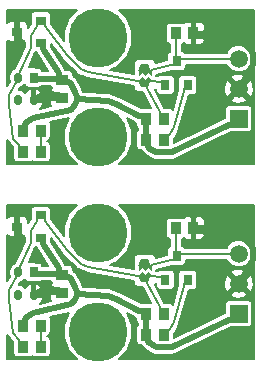
<source format=gtl>
%FSLAX45Y45*%
G04 Gerber Fmt 4.5, Leading zero omitted, Abs format (unit mm)*
G04 Created by KiCad (PCBNEW (2014-07-12 BZR 4289 GOST-COMMITTERS)-product) date 15.03.2017 23:13:34*
%MOMM*%
G01*
G04 APERTURE LIST*
%ADD10C,0.150000*%
%ADD11C,0.100000*%
%ADD12R,0.900000X1.000000*%
%ADD13R,0.889000X1.016000*%
%ADD14C,5.000000*%
%ADD15R,0.700000X0.900000*%
%ADD16O,0.700000X0.900000*%
%ADD17C,1.500000*%
%ADD18R,1.500000X1.500000*%
%ADD19R,0.800000X0.900000*%
%ADD20R,0.900000X0.800000*%
%ADD21R,1.016000X0.889000*%
%ADD22C,0.900000*%
%ADD23C,0.500000*%
%ADD24C,0.200000*%
G04 APERTURE END LIST*
D10*
D11*
X11199080Y-8925720D02*
X11234080Y-8925720D01*
X11234080Y-8925720D02*
X11219080Y-8940720D01*
X11219080Y-8940720D02*
X11209080Y-8930720D01*
X11209080Y-8930720D02*
X11219080Y-8930720D01*
X11174080Y-8940720D02*
X11174080Y-8925720D01*
X11174080Y-8925720D02*
X11184080Y-8925720D01*
X11184080Y-8925720D02*
X11179080Y-8930720D01*
X11179080Y-8990720D02*
X11194080Y-8980720D01*
X11194080Y-8980720D02*
X11204080Y-8990720D01*
X11204080Y-8990720D02*
X11189080Y-8990720D01*
X11234080Y-8990720D02*
X11244080Y-8980720D01*
X11244080Y-8980720D02*
X11254080Y-8990720D01*
X11254080Y-8990720D02*
X11244080Y-8990720D01*
X11264080Y-8925720D02*
X11264080Y-8935720D01*
X11264080Y-8935720D02*
X11254080Y-8925720D01*
X11269080Y-8950720D02*
X11269080Y-8920720D01*
X11269080Y-8920720D02*
X11169080Y-8920720D01*
X11169080Y-8920720D02*
X11169080Y-8950720D01*
X11269080Y-8995720D02*
X11244080Y-8970720D01*
X11244080Y-8970720D02*
X11219080Y-8995720D01*
X11219080Y-8995720D02*
X11194080Y-8970720D01*
X11194080Y-8970720D02*
X11169080Y-8995720D01*
X11169080Y-8995720D02*
X11269080Y-8995720D01*
X11219080Y-8950720D02*
X11194080Y-8925720D01*
X11194080Y-8925720D02*
X11169080Y-8950720D01*
X11219080Y-8950720D02*
X11244080Y-8925720D01*
X11244080Y-8925720D02*
X11269080Y-8950720D01*
X11199080Y-10575720D02*
X11234080Y-10575720D01*
X11234080Y-10575720D02*
X11219080Y-10590720D01*
X11219080Y-10590720D02*
X11209080Y-10580720D01*
X11209080Y-10580720D02*
X11219080Y-10580720D01*
X11174080Y-10590720D02*
X11174080Y-10575720D01*
X11174080Y-10575720D02*
X11184080Y-10575720D01*
X11184080Y-10575720D02*
X11179080Y-10580720D01*
X11179080Y-10640720D02*
X11194080Y-10630720D01*
X11194080Y-10630720D02*
X11204080Y-10640720D01*
X11204080Y-10640720D02*
X11189080Y-10640720D01*
X11234080Y-10640720D02*
X11244080Y-10630720D01*
X11244080Y-10630720D02*
X11254080Y-10640720D01*
X11254080Y-10640720D02*
X11244080Y-10640720D01*
X11264080Y-10575720D02*
X11264080Y-10585720D01*
X11264080Y-10585720D02*
X11254080Y-10575720D01*
X11269080Y-10600720D02*
X11269080Y-10570720D01*
X11269080Y-10570720D02*
X11169080Y-10570720D01*
X11169080Y-10570720D02*
X11169080Y-10600720D01*
X11269080Y-10645720D02*
X11244080Y-10620720D01*
X11244080Y-10620720D02*
X11219080Y-10645720D01*
X11219080Y-10645720D02*
X11194080Y-10620720D01*
X11194080Y-10620720D02*
X11169080Y-10645720D01*
X11169080Y-10645720D02*
X11269080Y-10645720D01*
X11219080Y-10600720D02*
X11194080Y-10575720D01*
X11194080Y-10575720D02*
X11169080Y-10600720D01*
X11219080Y-10600720D02*
X11244080Y-10575720D01*
X11244080Y-10575720D02*
X11269080Y-10600720D01*
D12*
X10186600Y-9424400D03*
X10336600Y-9424400D03*
D13*
X10337800Y-9602200D03*
X10185400Y-9602200D03*
D14*
X10820400Y-8637000D03*
X10820400Y-9475200D03*
D15*
X10275800Y-8973800D03*
D16*
X10145800Y-8973800D03*
X10145800Y-9163800D03*
X10275800Y-9163800D03*
D17*
X12014200Y-8814800D03*
D18*
X12014200Y-9322800D03*
D17*
X12014200Y-9068800D03*
D19*
X11582830Y-9036260D03*
X11392830Y-9036260D03*
X11487830Y-8836260D03*
D12*
X11479950Y-8599650D03*
X11629950Y-8599650D03*
X11228000Y-9322800D03*
X11378000Y-9322800D03*
X11228000Y-9500600D03*
X11378000Y-9500600D03*
D10*
G36*
X11164080Y-8920720D02*
X11189080Y-8860720D01*
X11249080Y-8860720D01*
X11274080Y-8920720D01*
X11164080Y-8920720D01*
X11164080Y-8920720D01*
G37*
G36*
X11274080Y-8995720D02*
X11249080Y-9055720D01*
X11189080Y-9055720D01*
X11164080Y-8995720D01*
X11274080Y-8995720D01*
X11274080Y-8995720D01*
G37*
D20*
X10336200Y-8491200D03*
X10336200Y-8681200D03*
X10136200Y-8586200D03*
D21*
X10515600Y-8992600D03*
X10515600Y-9145000D03*
X10515600Y-10642600D03*
X10515600Y-10795000D03*
D20*
X10336200Y-10141200D03*
X10336200Y-10331200D03*
X10136200Y-10236200D03*
D10*
G36*
X11164080Y-10570720D02*
X11189080Y-10510720D01*
X11249080Y-10510720D01*
X11274080Y-10570720D01*
X11164080Y-10570720D01*
X11164080Y-10570720D01*
G37*
G36*
X11274080Y-10645720D02*
X11249080Y-10705720D01*
X11189080Y-10705720D01*
X11164080Y-10645720D01*
X11274080Y-10645720D01*
X11274080Y-10645720D01*
G37*
D12*
X11228000Y-11150600D03*
X11378000Y-11150600D03*
X11228000Y-10972800D03*
X11378000Y-10972800D03*
X11479950Y-10249650D03*
X11629950Y-10249650D03*
D19*
X11582830Y-10686260D03*
X11392830Y-10686260D03*
X11487830Y-10486260D03*
D17*
X12014200Y-10464800D03*
D18*
X12014200Y-10972800D03*
D17*
X12014200Y-10718800D03*
D15*
X10275800Y-10623800D03*
D16*
X10145800Y-10623800D03*
X10145800Y-10813800D03*
X10275800Y-10813800D03*
D14*
X10820400Y-11125200D03*
X10820400Y-10287000D03*
D13*
X10337800Y-11252200D03*
X10185400Y-11252200D03*
D12*
X10186600Y-11074400D03*
X10336600Y-11074400D03*
D22*
X10166200Y-8691200D03*
X10399800Y-9101800D03*
X10306200Y-8863000D03*
X11081800Y-9116300D03*
X10437400Y-9511900D03*
X10437400Y-11161900D03*
X11081800Y-10766300D03*
X10306200Y-10513000D03*
X10399800Y-10751800D03*
X10166200Y-10341200D03*
D23*
X10515600Y-9145000D02*
X10489800Y-9125550D01*
X10489800Y-9125550D02*
X10464800Y-9125550D01*
X10464800Y-9125550D02*
X10454440Y-9125550D01*
X10454440Y-9125550D02*
X10399800Y-9101800D01*
X10275800Y-9163800D02*
X10275800Y-9153800D01*
X10275800Y-9153800D02*
X10399800Y-9101800D01*
X10166200Y-8691200D02*
X10156200Y-8636560D01*
X10156200Y-8636560D02*
X10156200Y-8626200D01*
X10156200Y-8626200D02*
X10156200Y-8601200D01*
X10156200Y-8601200D02*
X10136200Y-8586200D01*
X12014200Y-9068800D02*
X12136990Y-8865660D01*
X12136990Y-8865660D02*
X12136990Y-8763940D01*
X12136990Y-8763940D02*
X12065060Y-8692010D01*
X12065060Y-8692010D02*
X11685310Y-8624650D01*
X11685310Y-8624650D02*
X11674950Y-8624650D01*
X11674950Y-8624650D02*
X11649950Y-8624650D01*
X11649950Y-8624650D02*
X11629950Y-8599650D01*
X11649950Y-10274650D02*
X11629950Y-10249650D01*
X11674950Y-10274650D02*
X11649950Y-10274650D01*
X11685310Y-10274650D02*
X11674950Y-10274650D01*
X12065060Y-10342010D02*
X11685310Y-10274650D01*
X12136990Y-10413940D02*
X12065060Y-10342010D01*
X12136990Y-10515660D02*
X12136990Y-10413940D01*
X12014200Y-10718800D02*
X12136990Y-10515660D01*
X10156200Y-10251200D02*
X10136200Y-10236200D01*
X10156200Y-10276200D02*
X10156200Y-10251200D01*
X10156200Y-10286560D02*
X10156200Y-10276200D01*
X10166200Y-10341200D02*
X10156200Y-10286560D01*
X10275800Y-10803800D02*
X10399800Y-10751800D01*
X10275800Y-10813800D02*
X10275800Y-10803800D01*
X10454440Y-10775550D02*
X10399800Y-10751800D01*
X10464800Y-10775550D02*
X10454440Y-10775550D01*
X10489800Y-10775550D02*
X10464800Y-10775550D01*
X10515600Y-10795000D02*
X10489800Y-10775550D01*
X11228000Y-9500600D02*
X11228000Y-9475600D01*
X11228000Y-9475600D02*
X11228000Y-9450600D01*
X11228000Y-9450600D02*
X11228000Y-9372800D01*
X11228000Y-9372800D02*
X11228000Y-9347800D01*
X11228000Y-9347800D02*
X11228000Y-9322800D01*
X10186600Y-9424400D02*
X10206600Y-9399400D01*
X10206600Y-9399400D02*
X10206600Y-9374400D01*
X10206600Y-9374400D02*
X10206600Y-9364040D01*
X10206600Y-9364040D02*
X10221240Y-9349400D01*
X10221240Y-9349400D02*
X10268810Y-9319390D01*
X10268810Y-9319390D02*
X10589190Y-9244460D01*
X10589190Y-9244460D02*
X10621410Y-9212240D01*
X10621410Y-9212240D02*
X10653600Y-9158200D01*
X10653600Y-9158200D02*
X10621410Y-9077760D01*
X10621410Y-9077760D02*
X10591400Y-9026690D01*
X10591400Y-9026690D02*
X10576760Y-9012050D01*
X10576760Y-9012050D02*
X10566400Y-9012050D01*
X10566400Y-9012050D02*
X10541400Y-9012050D01*
X10541400Y-9012050D02*
X10515600Y-8992600D01*
X11228000Y-9322800D02*
X11208000Y-9297800D01*
X11208000Y-9297800D02*
X11183000Y-9297800D01*
X11183000Y-9297800D02*
X11172640Y-9297800D01*
X11172640Y-9297800D02*
X10973990Y-9197440D01*
X10973990Y-9197440D02*
X10908200Y-9170190D01*
X10908200Y-9170190D02*
X10653600Y-9158200D01*
X10515600Y-8992600D02*
X10489800Y-8983200D01*
X10489800Y-8983200D02*
X10464800Y-8983200D01*
X10464800Y-8983200D02*
X10310800Y-8983200D01*
X10310800Y-8983200D02*
X10285800Y-8983200D01*
X10285800Y-8983200D02*
X10275800Y-8973800D01*
X10515600Y-8992600D02*
X10489800Y-8973150D01*
X10489800Y-8973150D02*
X10489800Y-8948150D01*
X10489800Y-8948150D02*
X10489800Y-8937790D01*
X10489800Y-8937790D02*
X10356200Y-8731560D01*
X10356200Y-8731560D02*
X10356200Y-8721200D01*
X10356200Y-8721200D02*
X10356200Y-8696200D01*
X10356200Y-8696200D02*
X10336200Y-8681200D01*
X11228000Y-9500600D02*
X11248000Y-9525600D01*
X11248000Y-9525600D02*
X11248000Y-9550600D01*
X11248000Y-9550600D02*
X11248000Y-9560960D01*
X11248000Y-9560960D02*
X11262640Y-9575600D01*
X11262640Y-9575600D02*
X11310210Y-9605610D01*
X11310210Y-9605610D02*
X11400210Y-9605610D01*
X11400210Y-9605610D02*
X11445790Y-9605610D01*
X11445790Y-9605610D02*
X11928840Y-9372800D01*
X11928840Y-9372800D02*
X11939200Y-9372800D01*
X11939200Y-9372800D02*
X11964200Y-9372800D01*
X11964200Y-9372800D02*
X12014200Y-9322800D01*
X11964200Y-11022800D02*
X12014200Y-10972800D01*
X11939200Y-11022800D02*
X11964200Y-11022800D01*
X11928840Y-11022800D02*
X11939200Y-11022800D01*
X11445790Y-11255610D02*
X11928840Y-11022800D01*
X11400210Y-11255610D02*
X11445790Y-11255610D01*
X11310210Y-11255610D02*
X11400210Y-11255610D01*
X11262640Y-11225600D02*
X11310210Y-11255610D01*
X11248000Y-11210960D02*
X11262640Y-11225600D01*
X11248000Y-11200600D02*
X11248000Y-11210960D01*
X11248000Y-11175600D02*
X11248000Y-11200600D01*
X11228000Y-11150600D02*
X11248000Y-11175600D01*
X10356200Y-10346200D02*
X10336200Y-10331200D01*
X10356200Y-10371200D02*
X10356200Y-10346200D01*
X10356200Y-10381560D02*
X10356200Y-10371200D01*
X10489800Y-10587790D02*
X10356200Y-10381560D01*
X10489800Y-10598150D02*
X10489800Y-10587790D01*
X10489800Y-10623150D02*
X10489800Y-10598150D01*
X10515600Y-10642600D02*
X10489800Y-10623150D01*
X10285800Y-10633200D02*
X10275800Y-10623800D01*
X10310800Y-10633200D02*
X10285800Y-10633200D01*
X10464800Y-10633200D02*
X10310800Y-10633200D01*
X10489800Y-10633200D02*
X10464800Y-10633200D01*
X10515600Y-10642600D02*
X10489800Y-10633200D01*
X10908200Y-10820190D02*
X10653600Y-10808200D01*
X10973990Y-10847440D02*
X10908200Y-10820190D01*
X11172640Y-10947800D02*
X10973990Y-10847440D01*
X11183000Y-10947800D02*
X11172640Y-10947800D01*
X11208000Y-10947800D02*
X11183000Y-10947800D01*
X11228000Y-10972800D02*
X11208000Y-10947800D01*
X10541400Y-10662050D02*
X10515600Y-10642600D01*
X10566400Y-10662050D02*
X10541400Y-10662050D01*
X10576760Y-10662050D02*
X10566400Y-10662050D01*
X10591400Y-10676690D02*
X10576760Y-10662050D01*
X10621410Y-10727760D02*
X10591400Y-10676690D01*
X10653600Y-10808200D02*
X10621410Y-10727760D01*
X10621410Y-10862240D02*
X10653600Y-10808200D01*
X10589190Y-10894460D02*
X10621410Y-10862240D01*
X10268810Y-10969390D02*
X10589190Y-10894460D01*
X10221240Y-10999400D02*
X10268810Y-10969390D01*
X10206600Y-11014040D02*
X10221240Y-10999400D01*
X10206600Y-11024400D02*
X10206600Y-11014040D01*
X10206600Y-11049400D02*
X10206600Y-11024400D01*
X10186600Y-11074400D02*
X10206600Y-11049400D01*
X11228000Y-10997800D02*
X11228000Y-10972800D01*
X11228000Y-11022800D02*
X11228000Y-10997800D01*
X11228000Y-11100600D02*
X11228000Y-11022800D01*
X11228000Y-11125600D02*
X11228000Y-11100600D01*
X11228000Y-11150600D02*
X11228000Y-11125600D01*
D24*
X10185400Y-9602200D02*
X10150950Y-9561400D01*
X10150950Y-9561400D02*
X10150950Y-9551400D01*
X10150950Y-9551400D02*
X10150950Y-9547260D01*
X10150950Y-9547260D02*
X10103100Y-9490350D01*
X10103100Y-9490350D02*
X10070790Y-9204870D01*
X10070790Y-9204870D02*
X10070790Y-9142730D01*
X10070790Y-9142730D02*
X10070790Y-9122730D01*
X10070790Y-9122730D02*
X10145800Y-8983800D01*
X10145800Y-8983800D02*
X10145800Y-8973800D01*
X10336200Y-8491200D02*
X10371200Y-8521200D01*
X10371200Y-8521200D02*
X10371200Y-8531200D01*
X10371200Y-8531200D02*
X10371200Y-8535340D01*
X10371200Y-8535340D02*
X10555360Y-8782100D01*
X10555360Y-8782100D02*
X10675300Y-8902040D01*
X10675300Y-8902040D02*
X10735590Y-8927010D01*
X10735590Y-8927010D02*
X11160250Y-9004970D01*
X11160250Y-9004970D02*
X11167930Y-9004960D01*
X11167930Y-9004960D02*
X11177160Y-9001110D01*
X11177160Y-9001110D02*
X11219080Y-9025720D01*
X10145800Y-8973800D02*
X10145800Y-8963800D01*
X10145800Y-8963800D02*
X10251200Y-8726410D01*
X10251200Y-8726410D02*
X10251200Y-8624630D01*
X10251200Y-8624630D02*
X10301200Y-8535340D01*
X10301200Y-8535340D02*
X10301200Y-8531200D01*
X10301200Y-8531200D02*
X10301200Y-8521200D01*
X10301200Y-8521200D02*
X10336200Y-8491200D01*
X11219080Y-9025720D02*
X11261000Y-9001110D01*
X11261000Y-9001110D02*
X11270230Y-9004960D01*
X11270230Y-9004960D02*
X11352830Y-9011010D01*
X11352830Y-9011010D02*
X11362830Y-9011010D01*
X11362830Y-9011010D02*
X11392830Y-9036260D01*
X11219080Y-9025720D02*
X11239080Y-9045720D01*
X11239080Y-9045720D02*
X11239080Y-9055720D01*
X11239080Y-9055720D02*
X11239080Y-9059860D01*
X11239080Y-9059860D02*
X11343000Y-9268660D01*
X11343000Y-9268660D02*
X11343000Y-9272800D01*
X11343000Y-9272800D02*
X11343000Y-9282800D01*
X11343000Y-9282800D02*
X11378000Y-9322800D01*
X11343000Y-10932800D02*
X11378000Y-10972800D01*
X11343000Y-10922800D02*
X11343000Y-10932800D01*
X11343000Y-10918660D02*
X11343000Y-10922800D01*
X11239080Y-10709860D02*
X11343000Y-10918660D01*
X11239080Y-10705720D02*
X11239080Y-10709860D01*
X11239080Y-10695720D02*
X11239080Y-10705720D01*
X11219080Y-10675720D02*
X11239080Y-10695720D01*
X11362830Y-10661010D02*
X11392830Y-10686260D01*
X11352830Y-10661010D02*
X11362830Y-10661010D01*
X11270230Y-10654960D02*
X11352830Y-10661010D01*
X11261000Y-10651110D02*
X11270230Y-10654960D01*
X11219080Y-10675720D02*
X11261000Y-10651110D01*
X10301200Y-10171200D02*
X10336200Y-10141200D01*
X10301200Y-10181200D02*
X10301200Y-10171200D01*
X10301200Y-10185340D02*
X10301200Y-10181200D01*
X10251200Y-10274630D02*
X10301200Y-10185340D01*
X10251200Y-10376410D02*
X10251200Y-10274630D01*
X10145800Y-10613800D02*
X10251200Y-10376410D01*
X10145800Y-10623800D02*
X10145800Y-10613800D01*
X11177160Y-10651110D02*
X11219080Y-10675720D01*
X11167930Y-10654960D02*
X11177160Y-10651110D01*
X11160250Y-10654970D02*
X11167930Y-10654960D01*
X10735590Y-10577010D02*
X11160250Y-10654970D01*
X10675300Y-10552040D02*
X10735590Y-10577010D01*
X10555360Y-10432100D02*
X10675300Y-10552040D01*
X10371200Y-10185340D02*
X10555360Y-10432100D01*
X10371200Y-10181200D02*
X10371200Y-10185340D01*
X10371200Y-10171200D02*
X10371200Y-10181200D01*
X10336200Y-10141200D02*
X10371200Y-10171200D01*
X10145800Y-10633800D02*
X10145800Y-10623800D01*
X10070790Y-10772730D02*
X10145800Y-10633800D01*
X10070790Y-10792730D02*
X10070790Y-10772730D01*
X10070790Y-10854870D02*
X10070790Y-10792730D01*
X10103100Y-11140350D02*
X10070790Y-10854870D01*
X10150950Y-11197260D02*
X10103100Y-11140350D01*
X10150950Y-11201400D02*
X10150950Y-11197260D01*
X10150950Y-11211400D02*
X10150950Y-11201400D01*
X10185400Y-11252200D02*
X10150950Y-11211400D01*
X12014200Y-8814800D02*
X11527830Y-8814800D01*
X11527830Y-8814800D02*
X11517830Y-8814800D01*
X11517830Y-8814800D02*
X11487830Y-8836260D01*
X11479950Y-8599650D02*
X11483890Y-8639650D01*
X11483890Y-8639650D02*
X11483890Y-8649650D01*
X11483890Y-8649650D02*
X11483890Y-8791260D01*
X11483890Y-8791260D02*
X11483890Y-8801260D01*
X11483890Y-8801260D02*
X11487830Y-8836260D01*
X11219080Y-8890720D02*
X11261000Y-8915330D01*
X11261000Y-8915330D02*
X11270230Y-8911480D01*
X11270230Y-8911480D02*
X11443690Y-8871260D01*
X11443690Y-8871260D02*
X11447830Y-8871260D01*
X11447830Y-8871260D02*
X11457830Y-8871260D01*
X11457830Y-8871260D02*
X11487830Y-8836260D01*
X11457830Y-10521260D02*
X11487830Y-10486260D01*
X11447830Y-10521260D02*
X11457830Y-10521260D01*
X11443690Y-10521260D02*
X11447830Y-10521260D01*
X11270230Y-10561480D02*
X11443690Y-10521260D01*
X11261000Y-10565330D02*
X11270230Y-10561480D01*
X11219080Y-10540720D02*
X11261000Y-10565330D01*
X11483890Y-10451260D02*
X11487830Y-10486260D01*
X11483890Y-10441260D02*
X11483890Y-10451260D01*
X11483890Y-10299650D02*
X11483890Y-10441260D01*
X11483890Y-10289650D02*
X11483890Y-10299650D01*
X11479950Y-10249650D02*
X11483890Y-10289650D01*
X11517830Y-10464800D02*
X11487830Y-10486260D01*
X11527830Y-10464800D02*
X11517830Y-10464800D01*
X12014200Y-10464800D02*
X11527830Y-10464800D01*
X11378000Y-9500600D02*
X11413000Y-9460600D01*
X11413000Y-9460600D02*
X11423000Y-9460600D01*
X11423000Y-9460600D02*
X11427140Y-9460600D01*
X11427140Y-9460600D02*
X11433000Y-9454740D01*
X11433000Y-9454740D02*
X11463010Y-9389370D01*
X11463010Y-9389370D02*
X11552830Y-9085400D01*
X11552830Y-9085400D02*
X11552830Y-9081260D01*
X11552830Y-9081260D02*
X11552830Y-9071260D01*
X11552830Y-9071260D02*
X11582830Y-9036260D01*
X11552830Y-10721260D02*
X11582830Y-10686260D01*
X11552830Y-10731260D02*
X11552830Y-10721260D01*
X11552830Y-10735400D02*
X11552830Y-10731260D01*
X11463010Y-11039370D02*
X11552830Y-10735400D01*
X11433000Y-11104740D02*
X11463010Y-11039370D01*
X11427140Y-11110600D02*
X11433000Y-11104740D01*
X11423000Y-11110600D02*
X11427140Y-11110600D01*
X11413000Y-11110600D02*
X11423000Y-11110600D01*
X11378000Y-11150600D02*
X11413000Y-11110600D01*
X10337800Y-9602200D02*
X10337200Y-9561400D01*
X10337200Y-9561400D02*
X10337200Y-9551400D01*
X10337200Y-9551400D02*
X10337200Y-9474400D01*
X10337200Y-9474400D02*
X10337200Y-9464400D01*
X10337200Y-9464400D02*
X10336600Y-9424400D01*
X10337200Y-11114400D02*
X10336600Y-11074400D01*
X10337200Y-11124400D02*
X10337200Y-11114400D01*
X10337200Y-11201400D02*
X10337200Y-11124400D01*
X10337200Y-11211400D02*
X10337200Y-11201400D01*
X10337800Y-11252200D02*
X10337200Y-11211400D01*
G36*
X10399662Y-10568200D02*
X10349705Y-10568200D01*
X10344710Y-10556142D01*
X10333458Y-10544890D01*
X10318757Y-10538800D01*
X10302844Y-10538800D01*
X10233806Y-10538800D01*
X10290460Y-10411200D01*
X10299157Y-10411200D01*
X10299332Y-10411200D01*
X10299450Y-10411377D01*
X10301647Y-10416901D01*
X10399662Y-10568200D01*
X10399662Y-10568200D01*
G37*
X10399662Y-10568200D02*
X10349705Y-10568200D01*
X10344710Y-10556142D01*
X10333458Y-10544890D01*
X10318757Y-10538800D01*
X10302844Y-10538800D01*
X10233806Y-10538800D01*
X10290460Y-10411200D01*
X10299157Y-10411200D01*
X10299332Y-10411200D01*
X10299450Y-10411377D01*
X10301647Y-10416901D01*
X10399662Y-10568200D01*
G36*
X10532600Y-10810000D02*
X10530600Y-10810000D01*
X10530600Y-10812000D01*
X10500600Y-10812000D01*
X10500600Y-10810000D01*
X10427300Y-10810000D01*
X10414800Y-10822500D01*
X10414800Y-10849396D01*
X10422011Y-10866805D01*
X10328091Y-10888771D01*
X10345285Y-10872245D01*
X10358535Y-10841966D01*
X10358535Y-10785634D01*
X10345285Y-10755355D01*
X10321457Y-10732452D01*
X10303704Y-10723511D01*
X10290800Y-10732869D01*
X10290800Y-10798800D01*
X10347858Y-10798800D01*
X10358535Y-10785634D01*
X10358535Y-10841966D01*
X10347858Y-10828800D01*
X10290800Y-10828800D01*
X10290800Y-10830800D01*
X10260800Y-10830800D01*
X10260800Y-10828800D01*
X10258800Y-10828800D01*
X10258800Y-10798800D01*
X10260800Y-10798800D01*
X10260800Y-10732869D01*
X10247896Y-10723511D01*
X10230143Y-10732452D01*
X10206315Y-10755355D01*
X10205007Y-10758342D01*
X10198833Y-10749102D01*
X10174501Y-10732844D01*
X10151606Y-10728290D01*
X10163086Y-10707027D01*
X10174501Y-10704756D01*
X10198833Y-10688498D01*
X10203050Y-10682188D01*
X10206890Y-10691458D01*
X10218142Y-10702710D01*
X10232844Y-10708800D01*
X10248757Y-10708800D01*
X10318757Y-10708800D01*
X10333458Y-10702710D01*
X10337969Y-10698200D01*
X10426123Y-10698200D01*
X10430890Y-10709708D01*
X10432910Y-10711729D01*
X10422412Y-10722227D01*
X10414800Y-10740604D01*
X10414800Y-10767500D01*
X10427300Y-10780000D01*
X10500600Y-10780000D01*
X10500600Y-10778000D01*
X10530600Y-10778000D01*
X10530600Y-10780000D01*
X10532600Y-10780000D01*
X10532600Y-10810000D01*
X10532600Y-10810000D01*
G37*
X10532600Y-10810000D02*
X10530600Y-10810000D01*
X10530600Y-10812000D01*
X10500600Y-10812000D01*
X10500600Y-10810000D01*
X10427300Y-10810000D01*
X10414800Y-10822500D01*
X10414800Y-10849396D01*
X10422011Y-10866805D01*
X10328091Y-10888771D01*
X10345285Y-10872245D01*
X10358535Y-10841966D01*
X10358535Y-10785634D01*
X10345285Y-10755355D01*
X10321457Y-10732452D01*
X10303704Y-10723511D01*
X10290800Y-10732869D01*
X10290800Y-10798800D01*
X10347858Y-10798800D01*
X10358535Y-10785634D01*
X10358535Y-10841966D01*
X10347858Y-10828800D01*
X10290800Y-10828800D01*
X10290800Y-10830800D01*
X10260800Y-10830800D01*
X10260800Y-10828800D01*
X10258800Y-10828800D01*
X10258800Y-10798800D01*
X10260800Y-10798800D01*
X10260800Y-10732869D01*
X10247896Y-10723511D01*
X10230143Y-10732452D01*
X10206315Y-10755355D01*
X10205007Y-10758342D01*
X10198833Y-10749102D01*
X10174501Y-10732844D01*
X10151606Y-10728290D01*
X10163086Y-10707027D01*
X10174501Y-10704756D01*
X10198833Y-10688498D01*
X10203050Y-10682188D01*
X10206890Y-10691458D01*
X10218142Y-10702710D01*
X10232844Y-10708800D01*
X10248757Y-10708800D01*
X10318757Y-10708800D01*
X10333458Y-10702710D01*
X10337969Y-10698200D01*
X10426123Y-10698200D01*
X10430890Y-10709708D01*
X10432910Y-10711729D01*
X10422412Y-10722227D01*
X10414800Y-10740604D01*
X10414800Y-10767500D01*
X10427300Y-10780000D01*
X10500600Y-10780000D01*
X10500600Y-10778000D01*
X10530600Y-10778000D01*
X10530600Y-10780000D01*
X10532600Y-10780000D01*
X10532600Y-10810000D01*
G36*
X10642131Y-11357100D02*
X10055100Y-11357100D01*
X10055100Y-11152455D01*
X10055429Y-11155433D01*
X10057833Y-11159805D01*
X10059351Y-11164558D01*
X10062488Y-11168269D01*
X10064830Y-11172528D01*
X10100950Y-11215487D01*
X10100950Y-11310956D01*
X10107040Y-11325658D01*
X10118292Y-11336910D01*
X10132994Y-11343000D01*
X10148907Y-11343000D01*
X10237807Y-11343000D01*
X10252508Y-11336910D01*
X10261600Y-11327819D01*
X10270692Y-11336910D01*
X10285394Y-11343000D01*
X10301307Y-11343000D01*
X10390207Y-11343000D01*
X10404908Y-11336910D01*
X10416160Y-11325658D01*
X10422250Y-11310956D01*
X10422250Y-11295043D01*
X10422250Y-11193443D01*
X10416160Y-11178742D01*
X10404908Y-11167490D01*
X10393503Y-11162765D01*
X10404258Y-11158310D01*
X10415510Y-11147058D01*
X10421600Y-11132357D01*
X10421600Y-11116444D01*
X10421600Y-11016444D01*
X10415545Y-11001826D01*
X10572904Y-10965023D01*
X10530451Y-11067262D01*
X10530350Y-11182632D01*
X10574407Y-11289257D01*
X10642131Y-11357100D01*
X10642131Y-11357100D01*
G37*
X10642131Y-11357100D02*
X10055100Y-11357100D01*
X10055100Y-11152455D01*
X10055429Y-11155433D01*
X10057833Y-11159805D01*
X10059351Y-11164558D01*
X10062488Y-11168269D01*
X10064830Y-11172528D01*
X10100950Y-11215487D01*
X10100950Y-11310956D01*
X10107040Y-11325658D01*
X10118292Y-11336910D01*
X10132994Y-11343000D01*
X10148907Y-11343000D01*
X10237807Y-11343000D01*
X10252508Y-11336910D01*
X10261600Y-11327819D01*
X10270692Y-11336910D01*
X10285394Y-11343000D01*
X10301307Y-11343000D01*
X10390207Y-11343000D01*
X10404908Y-11336910D01*
X10416160Y-11325658D01*
X10422250Y-11310956D01*
X10422250Y-11295043D01*
X10422250Y-11193443D01*
X10416160Y-11178742D01*
X10404908Y-11167490D01*
X10393503Y-11162765D01*
X10404258Y-11158310D01*
X10415510Y-11147058D01*
X10421600Y-11132357D01*
X10421600Y-11116444D01*
X10421600Y-11016444D01*
X10415545Y-11001826D01*
X10572904Y-10965023D01*
X10530451Y-11067262D01*
X10530350Y-11182632D01*
X10574407Y-11289257D01*
X10642131Y-11357100D01*
G36*
X10642225Y-10055100D02*
X10574693Y-10122514D01*
X10530451Y-10229062D01*
X10530375Y-10315026D01*
X10421200Y-10168739D01*
X10421200Y-10093244D01*
X10415110Y-10078542D01*
X10403858Y-10067290D01*
X10389157Y-10061200D01*
X10373244Y-10061200D01*
X10283244Y-10061200D01*
X10268542Y-10067290D01*
X10257290Y-10078542D01*
X10251200Y-10093244D01*
X10251200Y-10109157D01*
X10251200Y-10171200D01*
X10251200Y-10172294D01*
X10231200Y-10208010D01*
X10231200Y-10186254D01*
X10223588Y-10167877D01*
X10209523Y-10153812D01*
X10191146Y-10146200D01*
X10171254Y-10146200D01*
X10163700Y-10146200D01*
X10151200Y-10158700D01*
X10151200Y-10221200D01*
X10153200Y-10221200D01*
X10153200Y-10251200D01*
X10151200Y-10251200D01*
X10151200Y-10313700D01*
X10163700Y-10326200D01*
X10171254Y-10326200D01*
X10191146Y-10326200D01*
X10201200Y-10322035D01*
X10201200Y-10365809D01*
X10123130Y-10541644D01*
X10117099Y-10542844D01*
X10092767Y-10559102D01*
X10076509Y-10583434D01*
X10070800Y-10612135D01*
X10070800Y-10635465D01*
X10075452Y-10658852D01*
X10055100Y-10696547D01*
X10055100Y-10310811D01*
X10062877Y-10318588D01*
X10081254Y-10326200D01*
X10101146Y-10326200D01*
X10108700Y-10326200D01*
X10121200Y-10313700D01*
X10121200Y-10251200D01*
X10119200Y-10251200D01*
X10119200Y-10221200D01*
X10121200Y-10221200D01*
X10121200Y-10158700D01*
X10108700Y-10146200D01*
X10101146Y-10146200D01*
X10081254Y-10146200D01*
X10062877Y-10153812D01*
X10055100Y-10161589D01*
X10055100Y-10055100D01*
X10642225Y-10055100D01*
X10642225Y-10055100D01*
G37*
X10642225Y-10055100D02*
X10574693Y-10122514D01*
X10530451Y-10229062D01*
X10530375Y-10315026D01*
X10421200Y-10168739D01*
X10421200Y-10093244D01*
X10415110Y-10078542D01*
X10403858Y-10067290D01*
X10389157Y-10061200D01*
X10373244Y-10061200D01*
X10283244Y-10061200D01*
X10268542Y-10067290D01*
X10257290Y-10078542D01*
X10251200Y-10093244D01*
X10251200Y-10109157D01*
X10251200Y-10171200D01*
X10251200Y-10172294D01*
X10231200Y-10208010D01*
X10231200Y-10186254D01*
X10223588Y-10167877D01*
X10209523Y-10153812D01*
X10191146Y-10146200D01*
X10171254Y-10146200D01*
X10163700Y-10146200D01*
X10151200Y-10158700D01*
X10151200Y-10221200D01*
X10153200Y-10221200D01*
X10153200Y-10251200D01*
X10151200Y-10251200D01*
X10151200Y-10313700D01*
X10163700Y-10326200D01*
X10171254Y-10326200D01*
X10191146Y-10326200D01*
X10201200Y-10322035D01*
X10201200Y-10365809D01*
X10123130Y-10541644D01*
X10117099Y-10542844D01*
X10092767Y-10559102D01*
X10076509Y-10583434D01*
X10070800Y-10612135D01*
X10070800Y-10635465D01*
X10075452Y-10658852D01*
X10055100Y-10696547D01*
X10055100Y-10310811D01*
X10062877Y-10318588D01*
X10081254Y-10326200D01*
X10101146Y-10326200D01*
X10108700Y-10326200D01*
X10121200Y-10313700D01*
X10121200Y-10251200D01*
X10119200Y-10251200D01*
X10119200Y-10221200D01*
X10121200Y-10221200D01*
X10121200Y-10158700D01*
X10108700Y-10146200D01*
X10101146Y-10146200D01*
X10081254Y-10146200D01*
X10062877Y-10153812D01*
X10055100Y-10161589D01*
X10055100Y-10055100D01*
X10642225Y-10055100D01*
G36*
X11269302Y-10882800D02*
X11265043Y-10882800D01*
X11208000Y-10882800D01*
X11188127Y-10882800D01*
X11003301Y-10789424D01*
X11000919Y-10788761D01*
X10998864Y-10787388D01*
X10933074Y-10760138D01*
X10922108Y-10757957D01*
X10911258Y-10755262D01*
X10698416Y-10745239D01*
X10681757Y-10703611D01*
X10679070Y-10699482D01*
X10677451Y-10694829D01*
X10647441Y-10643759D01*
X10641949Y-10637593D01*
X10637362Y-10630728D01*
X10622722Y-10616088D01*
X10606400Y-10605182D01*
X10606400Y-10590194D01*
X10600310Y-10575492D01*
X10589058Y-10564240D01*
X10574357Y-10558150D01*
X10558444Y-10558150D01*
X10546668Y-10558150D01*
X10546550Y-10557973D01*
X10544353Y-10552449D01*
X10421200Y-10362346D01*
X10421200Y-10346200D01*
X10421200Y-10335933D01*
X10515289Y-10462005D01*
X10517987Y-10464436D01*
X10520005Y-10467455D01*
X10639945Y-10587395D01*
X10639946Y-10587396D01*
X10639946Y-10587397D01*
X10648014Y-10592787D01*
X10656166Y-10598234D01*
X10656167Y-10598234D01*
X10656168Y-10598235D01*
X10716458Y-10623205D01*
X10721645Y-10624236D01*
X10726562Y-10626188D01*
X11124080Y-10699165D01*
X11124080Y-10713677D01*
X11130170Y-10728378D01*
X11141422Y-10739630D01*
X11156124Y-10745720D01*
X11172037Y-10745720D01*
X11201077Y-10745720D01*
X11269302Y-10882800D01*
X11269302Y-10882800D01*
G37*
X11269302Y-10882800D02*
X11265043Y-10882800D01*
X11208000Y-10882800D01*
X11188127Y-10882800D01*
X11003301Y-10789424D01*
X11000919Y-10788761D01*
X10998864Y-10787388D01*
X10933074Y-10760138D01*
X10922108Y-10757957D01*
X10911258Y-10755262D01*
X10698416Y-10745239D01*
X10681757Y-10703611D01*
X10679070Y-10699482D01*
X10677451Y-10694829D01*
X10647441Y-10643759D01*
X10641949Y-10637593D01*
X10637362Y-10630728D01*
X10622722Y-10616088D01*
X10606400Y-10605182D01*
X10606400Y-10590194D01*
X10600310Y-10575492D01*
X10589058Y-10564240D01*
X10574357Y-10558150D01*
X10558444Y-10558150D01*
X10546668Y-10558150D01*
X10546550Y-10557973D01*
X10544353Y-10552449D01*
X10421200Y-10362346D01*
X10421200Y-10346200D01*
X10421200Y-10335933D01*
X10515289Y-10462005D01*
X10517987Y-10464436D01*
X10520005Y-10467455D01*
X10639945Y-10587395D01*
X10639946Y-10587396D01*
X10639946Y-10587397D01*
X10648014Y-10592787D01*
X10656166Y-10598234D01*
X10656167Y-10598234D01*
X10656168Y-10598235D01*
X10716458Y-10623205D01*
X10721645Y-10624236D01*
X10726562Y-10626188D01*
X11124080Y-10699165D01*
X11124080Y-10713677D01*
X11130170Y-10728378D01*
X11141422Y-10739630D01*
X11156124Y-10745720D01*
X11172037Y-10745720D01*
X11201077Y-10745720D01*
X11269302Y-10882800D01*
G36*
X12144500Y-11357100D02*
X12140768Y-11357100D01*
X12140768Y-10733760D01*
X12136858Y-10684186D01*
X12125408Y-10656543D01*
X12105393Y-10648821D01*
X12084179Y-10670034D01*
X12084179Y-10627607D01*
X12076457Y-10607592D01*
X12029160Y-10592232D01*
X11979586Y-10596142D01*
X11951943Y-10607592D01*
X11944220Y-10627607D01*
X12014200Y-10697587D01*
X12084179Y-10627607D01*
X12084179Y-10670034D01*
X12035413Y-10718800D01*
X12105393Y-10788780D01*
X12125408Y-10781057D01*
X12140768Y-10733760D01*
X12140768Y-11357100D01*
X10998575Y-11357100D01*
X11066107Y-11289686D01*
X11110350Y-11183138D01*
X11110450Y-11067769D01*
X11069425Y-10968479D01*
X11143000Y-11005650D01*
X11143000Y-11030757D01*
X11149090Y-11045458D01*
X11160342Y-11056710D01*
X11163000Y-11057811D01*
X11163000Y-11065589D01*
X11160342Y-11066690D01*
X11149090Y-11077942D01*
X11143000Y-11092644D01*
X11143000Y-11108557D01*
X11143000Y-11208556D01*
X11149090Y-11223258D01*
X11160342Y-11234510D01*
X11175044Y-11240600D01*
X11190956Y-11240600D01*
X11191132Y-11240600D01*
X11202038Y-11256922D01*
X11216678Y-11271562D01*
X11222703Y-11275587D01*
X11227959Y-11280575D01*
X11275529Y-11310585D01*
X11280716Y-11312575D01*
X11285336Y-11315662D01*
X11292442Y-11317076D01*
X11299206Y-11319672D01*
X11304761Y-11319526D01*
X11310210Y-11320610D01*
X11400210Y-11320610D01*
X11445790Y-11320610D01*
X11447614Y-11320247D01*
X11449455Y-11320507D01*
X11459991Y-11317785D01*
X11470664Y-11315662D01*
X11472210Y-11314629D01*
X11474011Y-11314164D01*
X11943686Y-11087800D01*
X11947156Y-11087800D01*
X11964200Y-11087800D01*
X12097156Y-11087800D01*
X12111858Y-11081710D01*
X12123110Y-11070458D01*
X12129200Y-11055757D01*
X12129200Y-11039844D01*
X12129200Y-10889844D01*
X12123110Y-10875142D01*
X12111858Y-10863890D01*
X12097156Y-10857800D01*
X12084179Y-10857800D01*
X12084179Y-10809993D01*
X12014200Y-10740013D01*
X11992987Y-10761226D01*
X11992987Y-10718800D01*
X11923007Y-10648821D01*
X11902991Y-10656543D01*
X11887632Y-10703840D01*
X11891542Y-10753414D01*
X11902991Y-10781057D01*
X11923007Y-10788780D01*
X11992987Y-10718800D01*
X11992987Y-10761226D01*
X11944220Y-10809993D01*
X11951943Y-10830009D01*
X11999240Y-10845368D01*
X12048814Y-10841458D01*
X12076457Y-10830009D01*
X12084179Y-10809993D01*
X12084179Y-10857800D01*
X12081243Y-10857800D01*
X11931243Y-10857800D01*
X11916542Y-10863890D01*
X11905290Y-10875142D01*
X11899200Y-10889844D01*
X11899200Y-10905757D01*
X11899200Y-10964930D01*
X11463000Y-11175160D01*
X11463000Y-11145451D01*
X11468355Y-11140095D01*
X11473261Y-11132753D01*
X11478440Y-11125601D01*
X11508450Y-11060231D01*
X11509285Y-11056727D01*
X11510960Y-11053539D01*
X11594371Y-10771260D01*
X11630786Y-10771260D01*
X11645488Y-10765170D01*
X11656740Y-10753918D01*
X11662830Y-10739217D01*
X11662830Y-10723304D01*
X11662830Y-10633304D01*
X11656740Y-10618602D01*
X11645488Y-10607350D01*
X11630786Y-10601260D01*
X11614873Y-10601260D01*
X11534873Y-10601260D01*
X11520172Y-10607350D01*
X11508920Y-10618602D01*
X11502830Y-10633304D01*
X11502830Y-10649217D01*
X11502830Y-10721260D01*
X11502830Y-10728167D01*
X11453130Y-10896362D01*
X11445658Y-10888890D01*
X11430956Y-10882800D01*
X11415043Y-10882800D01*
X11381003Y-10882800D01*
X11305424Y-10730944D01*
X11307990Y-10728378D01*
X11312830Y-10716694D01*
X11312830Y-10739217D01*
X11318920Y-10753918D01*
X11330172Y-10765170D01*
X11344873Y-10771260D01*
X11360786Y-10771260D01*
X11440786Y-10771260D01*
X11455488Y-10765170D01*
X11466740Y-10753918D01*
X11472830Y-10739217D01*
X11472830Y-10723304D01*
X11472830Y-10633304D01*
X11466740Y-10618602D01*
X11455488Y-10607350D01*
X11440786Y-10601260D01*
X11424873Y-10601260D01*
X11344873Y-10601260D01*
X11330172Y-10607350D01*
X11328432Y-10609089D01*
X11312645Y-10607933D01*
X11313680Y-10602732D01*
X11449411Y-10571260D01*
X11455786Y-10571260D01*
X11457830Y-10571260D01*
X11535786Y-10571260D01*
X11550488Y-10565170D01*
X11561740Y-10553918D01*
X11567830Y-10539217D01*
X11567830Y-10523304D01*
X11567830Y-10514800D01*
X11910429Y-10514800D01*
X11916651Y-10529857D01*
X11948973Y-10562235D01*
X11991225Y-10579780D01*
X12036975Y-10579820D01*
X12079257Y-10562349D01*
X12111635Y-10530027D01*
X12129180Y-10487775D01*
X12129220Y-10442025D01*
X12111749Y-10399743D01*
X12079427Y-10367365D01*
X12037175Y-10349820D01*
X11991425Y-10349780D01*
X11949143Y-10367251D01*
X11916765Y-10399573D01*
X11910442Y-10414800D01*
X11724950Y-10414800D01*
X11724950Y-10309596D01*
X11724950Y-10289704D01*
X11724950Y-10277150D01*
X11724950Y-10222150D01*
X11724950Y-10209596D01*
X11724950Y-10189704D01*
X11717338Y-10171327D01*
X11703273Y-10157262D01*
X11684896Y-10149650D01*
X11657450Y-10149650D01*
X11644950Y-10162150D01*
X11644950Y-10234650D01*
X11712450Y-10234650D01*
X11724950Y-10222150D01*
X11724950Y-10277150D01*
X11712450Y-10264650D01*
X11644950Y-10264650D01*
X11644950Y-10337150D01*
X11657450Y-10349650D01*
X11684896Y-10349650D01*
X11703273Y-10342038D01*
X11717338Y-10327973D01*
X11724950Y-10309596D01*
X11724950Y-10414800D01*
X11557939Y-10414800D01*
X11550488Y-10407350D01*
X11535786Y-10401260D01*
X11533890Y-10401260D01*
X11533890Y-10339243D01*
X11547608Y-10333560D01*
X11547879Y-10333290D01*
X11556627Y-10342038D01*
X11575004Y-10349650D01*
X11602450Y-10349650D01*
X11614950Y-10337150D01*
X11614950Y-10264650D01*
X11612950Y-10264650D01*
X11612950Y-10234650D01*
X11614950Y-10234650D01*
X11614950Y-10162150D01*
X11602450Y-10149650D01*
X11575004Y-10149650D01*
X11556627Y-10157262D01*
X11547879Y-10166010D01*
X11547608Y-10165740D01*
X11532906Y-10159650D01*
X11516993Y-10159650D01*
X11426993Y-10159650D01*
X11412292Y-10165740D01*
X11401040Y-10176992D01*
X11394950Y-10191694D01*
X11394950Y-10207607D01*
X11394950Y-10307607D01*
X11401040Y-10322308D01*
X11412292Y-10333560D01*
X11426993Y-10339650D01*
X11433890Y-10339650D01*
X11433890Y-10403738D01*
X11425172Y-10407350D01*
X11413920Y-10418602D01*
X11407830Y-10433304D01*
X11407830Y-10449217D01*
X11407830Y-10478248D01*
X11313030Y-10500229D01*
X11307990Y-10488062D01*
X11296738Y-10476810D01*
X11282036Y-10470720D01*
X11266123Y-10470720D01*
X11156124Y-10470720D01*
X11141422Y-10476810D01*
X11130170Y-10488062D01*
X11124080Y-10502764D01*
X11124080Y-10518677D01*
X11124080Y-10570720D01*
X11124080Y-10578677D01*
X11124080Y-10597494D01*
X10919326Y-10559905D01*
X10984457Y-10532993D01*
X11066107Y-10451486D01*
X11110350Y-10344938D01*
X11110450Y-10229569D01*
X11066393Y-10122943D01*
X10998669Y-10055100D01*
X12144500Y-10055100D01*
X12144500Y-11357100D01*
X12144500Y-11357100D01*
G37*
X12144500Y-11357100D02*
X12140768Y-11357100D01*
X12140768Y-10733760D01*
X12136858Y-10684186D01*
X12125408Y-10656543D01*
X12105393Y-10648821D01*
X12084179Y-10670034D01*
X12084179Y-10627607D01*
X12076457Y-10607592D01*
X12029160Y-10592232D01*
X11979586Y-10596142D01*
X11951943Y-10607592D01*
X11944220Y-10627607D01*
X12014200Y-10697587D01*
X12084179Y-10627607D01*
X12084179Y-10670034D01*
X12035413Y-10718800D01*
X12105393Y-10788780D01*
X12125408Y-10781057D01*
X12140768Y-10733760D01*
X12140768Y-11357100D01*
X10998575Y-11357100D01*
X11066107Y-11289686D01*
X11110350Y-11183138D01*
X11110450Y-11067769D01*
X11069425Y-10968479D01*
X11143000Y-11005650D01*
X11143000Y-11030757D01*
X11149090Y-11045458D01*
X11160342Y-11056710D01*
X11163000Y-11057811D01*
X11163000Y-11065589D01*
X11160342Y-11066690D01*
X11149090Y-11077942D01*
X11143000Y-11092644D01*
X11143000Y-11108557D01*
X11143000Y-11208556D01*
X11149090Y-11223258D01*
X11160342Y-11234510D01*
X11175044Y-11240600D01*
X11190956Y-11240600D01*
X11191132Y-11240600D01*
X11202038Y-11256922D01*
X11216678Y-11271562D01*
X11222703Y-11275587D01*
X11227959Y-11280575D01*
X11275529Y-11310585D01*
X11280716Y-11312575D01*
X11285336Y-11315662D01*
X11292442Y-11317076D01*
X11299206Y-11319672D01*
X11304761Y-11319526D01*
X11310210Y-11320610D01*
X11400210Y-11320610D01*
X11445790Y-11320610D01*
X11447614Y-11320247D01*
X11449455Y-11320507D01*
X11459991Y-11317785D01*
X11470664Y-11315662D01*
X11472210Y-11314629D01*
X11474011Y-11314164D01*
X11943686Y-11087800D01*
X11947156Y-11087800D01*
X11964200Y-11087800D01*
X12097156Y-11087800D01*
X12111858Y-11081710D01*
X12123110Y-11070458D01*
X12129200Y-11055757D01*
X12129200Y-11039844D01*
X12129200Y-10889844D01*
X12123110Y-10875142D01*
X12111858Y-10863890D01*
X12097156Y-10857800D01*
X12084179Y-10857800D01*
X12084179Y-10809993D01*
X12014200Y-10740013D01*
X11992987Y-10761226D01*
X11992987Y-10718800D01*
X11923007Y-10648821D01*
X11902991Y-10656543D01*
X11887632Y-10703840D01*
X11891542Y-10753414D01*
X11902991Y-10781057D01*
X11923007Y-10788780D01*
X11992987Y-10718800D01*
X11992987Y-10761226D01*
X11944220Y-10809993D01*
X11951943Y-10830009D01*
X11999240Y-10845368D01*
X12048814Y-10841458D01*
X12076457Y-10830009D01*
X12084179Y-10809993D01*
X12084179Y-10857800D01*
X12081243Y-10857800D01*
X11931243Y-10857800D01*
X11916542Y-10863890D01*
X11905290Y-10875142D01*
X11899200Y-10889844D01*
X11899200Y-10905757D01*
X11899200Y-10964930D01*
X11463000Y-11175160D01*
X11463000Y-11145451D01*
X11468355Y-11140095D01*
X11473261Y-11132753D01*
X11478440Y-11125601D01*
X11508450Y-11060231D01*
X11509285Y-11056727D01*
X11510960Y-11053539D01*
X11594371Y-10771260D01*
X11630786Y-10771260D01*
X11645488Y-10765170D01*
X11656740Y-10753918D01*
X11662830Y-10739217D01*
X11662830Y-10723304D01*
X11662830Y-10633304D01*
X11656740Y-10618602D01*
X11645488Y-10607350D01*
X11630786Y-10601260D01*
X11614873Y-10601260D01*
X11534873Y-10601260D01*
X11520172Y-10607350D01*
X11508920Y-10618602D01*
X11502830Y-10633304D01*
X11502830Y-10649217D01*
X11502830Y-10721260D01*
X11502830Y-10728167D01*
X11453130Y-10896362D01*
X11445658Y-10888890D01*
X11430956Y-10882800D01*
X11415043Y-10882800D01*
X11381003Y-10882800D01*
X11305424Y-10730944D01*
X11307990Y-10728378D01*
X11312830Y-10716694D01*
X11312830Y-10739217D01*
X11318920Y-10753918D01*
X11330172Y-10765170D01*
X11344873Y-10771260D01*
X11360786Y-10771260D01*
X11440786Y-10771260D01*
X11455488Y-10765170D01*
X11466740Y-10753918D01*
X11472830Y-10739217D01*
X11472830Y-10723304D01*
X11472830Y-10633304D01*
X11466740Y-10618602D01*
X11455488Y-10607350D01*
X11440786Y-10601260D01*
X11424873Y-10601260D01*
X11344873Y-10601260D01*
X11330172Y-10607350D01*
X11328432Y-10609089D01*
X11312645Y-10607933D01*
X11313680Y-10602732D01*
X11449411Y-10571260D01*
X11455786Y-10571260D01*
X11457830Y-10571260D01*
X11535786Y-10571260D01*
X11550488Y-10565170D01*
X11561740Y-10553918D01*
X11567830Y-10539217D01*
X11567830Y-10523304D01*
X11567830Y-10514800D01*
X11910429Y-10514800D01*
X11916651Y-10529857D01*
X11948973Y-10562235D01*
X11991225Y-10579780D01*
X12036975Y-10579820D01*
X12079257Y-10562349D01*
X12111635Y-10530027D01*
X12129180Y-10487775D01*
X12129220Y-10442025D01*
X12111749Y-10399743D01*
X12079427Y-10367365D01*
X12037175Y-10349820D01*
X11991425Y-10349780D01*
X11949143Y-10367251D01*
X11916765Y-10399573D01*
X11910442Y-10414800D01*
X11724950Y-10414800D01*
X11724950Y-10309596D01*
X11724950Y-10289704D01*
X11724950Y-10277150D01*
X11724950Y-10222150D01*
X11724950Y-10209596D01*
X11724950Y-10189704D01*
X11717338Y-10171327D01*
X11703273Y-10157262D01*
X11684896Y-10149650D01*
X11657450Y-10149650D01*
X11644950Y-10162150D01*
X11644950Y-10234650D01*
X11712450Y-10234650D01*
X11724950Y-10222150D01*
X11724950Y-10277150D01*
X11712450Y-10264650D01*
X11644950Y-10264650D01*
X11644950Y-10337150D01*
X11657450Y-10349650D01*
X11684896Y-10349650D01*
X11703273Y-10342038D01*
X11717338Y-10327973D01*
X11724950Y-10309596D01*
X11724950Y-10414800D01*
X11557939Y-10414800D01*
X11550488Y-10407350D01*
X11535786Y-10401260D01*
X11533890Y-10401260D01*
X11533890Y-10339243D01*
X11547608Y-10333560D01*
X11547879Y-10333290D01*
X11556627Y-10342038D01*
X11575004Y-10349650D01*
X11602450Y-10349650D01*
X11614950Y-10337150D01*
X11614950Y-10264650D01*
X11612950Y-10264650D01*
X11612950Y-10234650D01*
X11614950Y-10234650D01*
X11614950Y-10162150D01*
X11602450Y-10149650D01*
X11575004Y-10149650D01*
X11556627Y-10157262D01*
X11547879Y-10166010D01*
X11547608Y-10165740D01*
X11532906Y-10159650D01*
X11516993Y-10159650D01*
X11426993Y-10159650D01*
X11412292Y-10165740D01*
X11401040Y-10176992D01*
X11394950Y-10191694D01*
X11394950Y-10207607D01*
X11394950Y-10307607D01*
X11401040Y-10322308D01*
X11412292Y-10333560D01*
X11426993Y-10339650D01*
X11433890Y-10339650D01*
X11433890Y-10403738D01*
X11425172Y-10407350D01*
X11413920Y-10418602D01*
X11407830Y-10433304D01*
X11407830Y-10449217D01*
X11407830Y-10478248D01*
X11313030Y-10500229D01*
X11307990Y-10488062D01*
X11296738Y-10476810D01*
X11282036Y-10470720D01*
X11266123Y-10470720D01*
X11156124Y-10470720D01*
X11141422Y-10476810D01*
X11130170Y-10488062D01*
X11124080Y-10502764D01*
X11124080Y-10518677D01*
X11124080Y-10570720D01*
X11124080Y-10578677D01*
X11124080Y-10597494D01*
X10919326Y-10559905D01*
X10984457Y-10532993D01*
X11066107Y-10451486D01*
X11110350Y-10344938D01*
X11110450Y-10229569D01*
X11066393Y-10122943D01*
X10998669Y-10055100D01*
X12144500Y-10055100D01*
X12144500Y-11357100D01*
G36*
X10399662Y-8918200D02*
X10349705Y-8918200D01*
X10344710Y-8906142D01*
X10333458Y-8894890D01*
X10318757Y-8888800D01*
X10302844Y-8888800D01*
X10233806Y-8888800D01*
X10290460Y-8761200D01*
X10299157Y-8761200D01*
X10299332Y-8761200D01*
X10299450Y-8761377D01*
X10301647Y-8766901D01*
X10399662Y-8918200D01*
X10399662Y-8918200D01*
G37*
X10399662Y-8918200D02*
X10349705Y-8918200D01*
X10344710Y-8906142D01*
X10333458Y-8894890D01*
X10318757Y-8888800D01*
X10302844Y-8888800D01*
X10233806Y-8888800D01*
X10290460Y-8761200D01*
X10299157Y-8761200D01*
X10299332Y-8761200D01*
X10299450Y-8761377D01*
X10301647Y-8766901D01*
X10399662Y-8918200D01*
G36*
X10532600Y-9160000D02*
X10530600Y-9160000D01*
X10530600Y-9162000D01*
X10500600Y-9162000D01*
X10500600Y-9160000D01*
X10427300Y-9160000D01*
X10414800Y-9172500D01*
X10414800Y-9199396D01*
X10422011Y-9216805D01*
X10328091Y-9238771D01*
X10345285Y-9222245D01*
X10358535Y-9191966D01*
X10358535Y-9135634D01*
X10345285Y-9105355D01*
X10321457Y-9082452D01*
X10303704Y-9073511D01*
X10290800Y-9082869D01*
X10290800Y-9148800D01*
X10347858Y-9148800D01*
X10358535Y-9135634D01*
X10358535Y-9191966D01*
X10347858Y-9178800D01*
X10290800Y-9178800D01*
X10290800Y-9180800D01*
X10260800Y-9180800D01*
X10260800Y-9178800D01*
X10258800Y-9178800D01*
X10258800Y-9148800D01*
X10260800Y-9148800D01*
X10260800Y-9082869D01*
X10247896Y-9073511D01*
X10230143Y-9082452D01*
X10206315Y-9105355D01*
X10205007Y-9108342D01*
X10198833Y-9099102D01*
X10174501Y-9082844D01*
X10151606Y-9078290D01*
X10163086Y-9057027D01*
X10174501Y-9054756D01*
X10198833Y-9038498D01*
X10203050Y-9032188D01*
X10206890Y-9041458D01*
X10218142Y-9052710D01*
X10232844Y-9058800D01*
X10248757Y-9058800D01*
X10318757Y-9058800D01*
X10333458Y-9052710D01*
X10337969Y-9048200D01*
X10426123Y-9048200D01*
X10430890Y-9059708D01*
X10432910Y-9061729D01*
X10422412Y-9072227D01*
X10414800Y-9090604D01*
X10414800Y-9117500D01*
X10427300Y-9130000D01*
X10500600Y-9130000D01*
X10500600Y-9128000D01*
X10530600Y-9128000D01*
X10530600Y-9130000D01*
X10532600Y-9130000D01*
X10532600Y-9160000D01*
X10532600Y-9160000D01*
G37*
X10532600Y-9160000D02*
X10530600Y-9160000D01*
X10530600Y-9162000D01*
X10500600Y-9162000D01*
X10500600Y-9160000D01*
X10427300Y-9160000D01*
X10414800Y-9172500D01*
X10414800Y-9199396D01*
X10422011Y-9216805D01*
X10328091Y-9238771D01*
X10345285Y-9222245D01*
X10358535Y-9191966D01*
X10358535Y-9135634D01*
X10345285Y-9105355D01*
X10321457Y-9082452D01*
X10303704Y-9073511D01*
X10290800Y-9082869D01*
X10290800Y-9148800D01*
X10347858Y-9148800D01*
X10358535Y-9135634D01*
X10358535Y-9191966D01*
X10347858Y-9178800D01*
X10290800Y-9178800D01*
X10290800Y-9180800D01*
X10260800Y-9180800D01*
X10260800Y-9178800D01*
X10258800Y-9178800D01*
X10258800Y-9148800D01*
X10260800Y-9148800D01*
X10260800Y-9082869D01*
X10247896Y-9073511D01*
X10230143Y-9082452D01*
X10206315Y-9105355D01*
X10205007Y-9108342D01*
X10198833Y-9099102D01*
X10174501Y-9082844D01*
X10151606Y-9078290D01*
X10163086Y-9057027D01*
X10174501Y-9054756D01*
X10198833Y-9038498D01*
X10203050Y-9032188D01*
X10206890Y-9041458D01*
X10218142Y-9052710D01*
X10232844Y-9058800D01*
X10248757Y-9058800D01*
X10318757Y-9058800D01*
X10333458Y-9052710D01*
X10337969Y-9048200D01*
X10426123Y-9048200D01*
X10430890Y-9059708D01*
X10432910Y-9061729D01*
X10422412Y-9072227D01*
X10414800Y-9090604D01*
X10414800Y-9117500D01*
X10427300Y-9130000D01*
X10500600Y-9130000D01*
X10500600Y-9128000D01*
X10530600Y-9128000D01*
X10530600Y-9130000D01*
X10532600Y-9130000D01*
X10532600Y-9160000D01*
G36*
X10642131Y-9707100D02*
X10055100Y-9707100D01*
X10055100Y-9502455D01*
X10055429Y-9505433D01*
X10057833Y-9509805D01*
X10059351Y-9514558D01*
X10062488Y-9518269D01*
X10064830Y-9522528D01*
X10100950Y-9565487D01*
X10100950Y-9660957D01*
X10107040Y-9675658D01*
X10118292Y-9686910D01*
X10132994Y-9693000D01*
X10148907Y-9693000D01*
X10237807Y-9693000D01*
X10252508Y-9686910D01*
X10261600Y-9677819D01*
X10270692Y-9686910D01*
X10285394Y-9693000D01*
X10301307Y-9693000D01*
X10390207Y-9693000D01*
X10404908Y-9686910D01*
X10416160Y-9675658D01*
X10422250Y-9660957D01*
X10422250Y-9645044D01*
X10422250Y-9543444D01*
X10416160Y-9528742D01*
X10404908Y-9517490D01*
X10393503Y-9512765D01*
X10404258Y-9508310D01*
X10415510Y-9497058D01*
X10421600Y-9482357D01*
X10421600Y-9466444D01*
X10421600Y-9366444D01*
X10415545Y-9351826D01*
X10572904Y-9315023D01*
X10530451Y-9417262D01*
X10530350Y-9532632D01*
X10574407Y-9639257D01*
X10642131Y-9707100D01*
X10642131Y-9707100D01*
G37*
X10642131Y-9707100D02*
X10055100Y-9707100D01*
X10055100Y-9502455D01*
X10055429Y-9505433D01*
X10057833Y-9509805D01*
X10059351Y-9514558D01*
X10062488Y-9518269D01*
X10064830Y-9522528D01*
X10100950Y-9565487D01*
X10100950Y-9660957D01*
X10107040Y-9675658D01*
X10118292Y-9686910D01*
X10132994Y-9693000D01*
X10148907Y-9693000D01*
X10237807Y-9693000D01*
X10252508Y-9686910D01*
X10261600Y-9677819D01*
X10270692Y-9686910D01*
X10285394Y-9693000D01*
X10301307Y-9693000D01*
X10390207Y-9693000D01*
X10404908Y-9686910D01*
X10416160Y-9675658D01*
X10422250Y-9660957D01*
X10422250Y-9645044D01*
X10422250Y-9543444D01*
X10416160Y-9528742D01*
X10404908Y-9517490D01*
X10393503Y-9512765D01*
X10404258Y-9508310D01*
X10415510Y-9497058D01*
X10421600Y-9482357D01*
X10421600Y-9466444D01*
X10421600Y-9366444D01*
X10415545Y-9351826D01*
X10572904Y-9315023D01*
X10530451Y-9417262D01*
X10530350Y-9532632D01*
X10574407Y-9639257D01*
X10642131Y-9707100D01*
G36*
X10642225Y-8405100D02*
X10574693Y-8472514D01*
X10530451Y-8579062D01*
X10530375Y-8665026D01*
X10421200Y-8518739D01*
X10421200Y-8443244D01*
X10415110Y-8428542D01*
X10403858Y-8417290D01*
X10389157Y-8411200D01*
X10373244Y-8411200D01*
X10283244Y-8411200D01*
X10268542Y-8417290D01*
X10257290Y-8428542D01*
X10251200Y-8443244D01*
X10251200Y-8459157D01*
X10251200Y-8521200D01*
X10251200Y-8522294D01*
X10231200Y-8558010D01*
X10231200Y-8536254D01*
X10223588Y-8517877D01*
X10209523Y-8503812D01*
X10191146Y-8496200D01*
X10171254Y-8496200D01*
X10163700Y-8496200D01*
X10151200Y-8508700D01*
X10151200Y-8571200D01*
X10153200Y-8571200D01*
X10153200Y-8601200D01*
X10151200Y-8601200D01*
X10151200Y-8663700D01*
X10163700Y-8676200D01*
X10171254Y-8676200D01*
X10191146Y-8676200D01*
X10201200Y-8672035D01*
X10201200Y-8715809D01*
X10123130Y-8891644D01*
X10117099Y-8892844D01*
X10092767Y-8909102D01*
X10076509Y-8933434D01*
X10070800Y-8962135D01*
X10070800Y-8985465D01*
X10075452Y-9008852D01*
X10055100Y-9046547D01*
X10055100Y-8660811D01*
X10062877Y-8668588D01*
X10081254Y-8676200D01*
X10101146Y-8676200D01*
X10108700Y-8676200D01*
X10121200Y-8663700D01*
X10121200Y-8601200D01*
X10119200Y-8601200D01*
X10119200Y-8571200D01*
X10121200Y-8571200D01*
X10121200Y-8508700D01*
X10108700Y-8496200D01*
X10101146Y-8496200D01*
X10081254Y-8496200D01*
X10062877Y-8503812D01*
X10055100Y-8511589D01*
X10055100Y-8405100D01*
X10642225Y-8405100D01*
X10642225Y-8405100D01*
G37*
X10642225Y-8405100D02*
X10574693Y-8472514D01*
X10530451Y-8579062D01*
X10530375Y-8665026D01*
X10421200Y-8518739D01*
X10421200Y-8443244D01*
X10415110Y-8428542D01*
X10403858Y-8417290D01*
X10389157Y-8411200D01*
X10373244Y-8411200D01*
X10283244Y-8411200D01*
X10268542Y-8417290D01*
X10257290Y-8428542D01*
X10251200Y-8443244D01*
X10251200Y-8459157D01*
X10251200Y-8521200D01*
X10251200Y-8522294D01*
X10231200Y-8558010D01*
X10231200Y-8536254D01*
X10223588Y-8517877D01*
X10209523Y-8503812D01*
X10191146Y-8496200D01*
X10171254Y-8496200D01*
X10163700Y-8496200D01*
X10151200Y-8508700D01*
X10151200Y-8571200D01*
X10153200Y-8571200D01*
X10153200Y-8601200D01*
X10151200Y-8601200D01*
X10151200Y-8663700D01*
X10163700Y-8676200D01*
X10171254Y-8676200D01*
X10191146Y-8676200D01*
X10201200Y-8672035D01*
X10201200Y-8715809D01*
X10123130Y-8891644D01*
X10117099Y-8892844D01*
X10092767Y-8909102D01*
X10076509Y-8933434D01*
X10070800Y-8962135D01*
X10070800Y-8985465D01*
X10075452Y-9008852D01*
X10055100Y-9046547D01*
X10055100Y-8660811D01*
X10062877Y-8668588D01*
X10081254Y-8676200D01*
X10101146Y-8676200D01*
X10108700Y-8676200D01*
X10121200Y-8663700D01*
X10121200Y-8601200D01*
X10119200Y-8601200D01*
X10119200Y-8571200D01*
X10121200Y-8571200D01*
X10121200Y-8508700D01*
X10108700Y-8496200D01*
X10101146Y-8496200D01*
X10081254Y-8496200D01*
X10062877Y-8503812D01*
X10055100Y-8511589D01*
X10055100Y-8405100D01*
X10642225Y-8405100D01*
G36*
X11269302Y-9232800D02*
X11265043Y-9232800D01*
X11208000Y-9232800D01*
X11188127Y-9232800D01*
X11003301Y-9139424D01*
X11000919Y-9138761D01*
X10998864Y-9137388D01*
X10933074Y-9110138D01*
X10922108Y-9107957D01*
X10911258Y-9105262D01*
X10698416Y-9095239D01*
X10681757Y-9053611D01*
X10679070Y-9049482D01*
X10677451Y-9044829D01*
X10647441Y-8993759D01*
X10641949Y-8987593D01*
X10637362Y-8980728D01*
X10622722Y-8966088D01*
X10606400Y-8955182D01*
X10606400Y-8940194D01*
X10600310Y-8925492D01*
X10589058Y-8914240D01*
X10574357Y-8908150D01*
X10558444Y-8908150D01*
X10546668Y-8908150D01*
X10546550Y-8907973D01*
X10544353Y-8902449D01*
X10421200Y-8712346D01*
X10421200Y-8696200D01*
X10421200Y-8685933D01*
X10515289Y-8812005D01*
X10517987Y-8814436D01*
X10520005Y-8817455D01*
X10639945Y-8937395D01*
X10639946Y-8937396D01*
X10639946Y-8937397D01*
X10648014Y-8942787D01*
X10656166Y-8948234D01*
X10656167Y-8948234D01*
X10656168Y-8948235D01*
X10716458Y-8973205D01*
X10721645Y-8974236D01*
X10726562Y-8976188D01*
X11124080Y-9049165D01*
X11124080Y-9063677D01*
X11130170Y-9078378D01*
X11141422Y-9089630D01*
X11156124Y-9095720D01*
X11172037Y-9095720D01*
X11201077Y-9095720D01*
X11269302Y-9232800D01*
X11269302Y-9232800D01*
G37*
X11269302Y-9232800D02*
X11265043Y-9232800D01*
X11208000Y-9232800D01*
X11188127Y-9232800D01*
X11003301Y-9139424D01*
X11000919Y-9138761D01*
X10998864Y-9137388D01*
X10933074Y-9110138D01*
X10922108Y-9107957D01*
X10911258Y-9105262D01*
X10698416Y-9095239D01*
X10681757Y-9053611D01*
X10679070Y-9049482D01*
X10677451Y-9044829D01*
X10647441Y-8993759D01*
X10641949Y-8987593D01*
X10637362Y-8980728D01*
X10622722Y-8966088D01*
X10606400Y-8955182D01*
X10606400Y-8940194D01*
X10600310Y-8925492D01*
X10589058Y-8914240D01*
X10574357Y-8908150D01*
X10558444Y-8908150D01*
X10546668Y-8908150D01*
X10546550Y-8907973D01*
X10544353Y-8902449D01*
X10421200Y-8712346D01*
X10421200Y-8696200D01*
X10421200Y-8685933D01*
X10515289Y-8812005D01*
X10517987Y-8814436D01*
X10520005Y-8817455D01*
X10639945Y-8937395D01*
X10639946Y-8937396D01*
X10639946Y-8937397D01*
X10648014Y-8942787D01*
X10656166Y-8948234D01*
X10656167Y-8948234D01*
X10656168Y-8948235D01*
X10716458Y-8973205D01*
X10721645Y-8974236D01*
X10726562Y-8976188D01*
X11124080Y-9049165D01*
X11124080Y-9063677D01*
X11130170Y-9078378D01*
X11141422Y-9089630D01*
X11156124Y-9095720D01*
X11172037Y-9095720D01*
X11201077Y-9095720D01*
X11269302Y-9232800D01*
G36*
X12144500Y-9707100D02*
X12140768Y-9707100D01*
X12140768Y-9083760D01*
X12136858Y-9034186D01*
X12125408Y-9006543D01*
X12105393Y-8998821D01*
X12084179Y-9020034D01*
X12084179Y-8977607D01*
X12076457Y-8957592D01*
X12029160Y-8942232D01*
X11979586Y-8946142D01*
X11951943Y-8957592D01*
X11944220Y-8977607D01*
X12014200Y-9047587D01*
X12084179Y-8977607D01*
X12084179Y-9020034D01*
X12035413Y-9068800D01*
X12105393Y-9138780D01*
X12125408Y-9131057D01*
X12140768Y-9083760D01*
X12140768Y-9707100D01*
X10998575Y-9707100D01*
X11066107Y-9639686D01*
X11110350Y-9533138D01*
X11110450Y-9417769D01*
X11069425Y-9318479D01*
X11143000Y-9355650D01*
X11143000Y-9380757D01*
X11149090Y-9395458D01*
X11160342Y-9406710D01*
X11163000Y-9407811D01*
X11163000Y-9415589D01*
X11160342Y-9416690D01*
X11149090Y-9427942D01*
X11143000Y-9442644D01*
X11143000Y-9458557D01*
X11143000Y-9558557D01*
X11149090Y-9573258D01*
X11160342Y-9584510D01*
X11175044Y-9590600D01*
X11190956Y-9590600D01*
X11191132Y-9590600D01*
X11202038Y-9606922D01*
X11216678Y-9621562D01*
X11222703Y-9625588D01*
X11227959Y-9630575D01*
X11275529Y-9660585D01*
X11280716Y-9662575D01*
X11285336Y-9665662D01*
X11292442Y-9667076D01*
X11299206Y-9669672D01*
X11304761Y-9669526D01*
X11310210Y-9670610D01*
X11400210Y-9670610D01*
X11445790Y-9670610D01*
X11447614Y-9670247D01*
X11449455Y-9670507D01*
X11459991Y-9667785D01*
X11470664Y-9665662D01*
X11472210Y-9664629D01*
X11474011Y-9664164D01*
X11943686Y-9437800D01*
X11947156Y-9437800D01*
X11964200Y-9437800D01*
X12097156Y-9437800D01*
X12111858Y-9431710D01*
X12123110Y-9420458D01*
X12129200Y-9405757D01*
X12129200Y-9389844D01*
X12129200Y-9239844D01*
X12123110Y-9225142D01*
X12111858Y-9213890D01*
X12097156Y-9207800D01*
X12084179Y-9207800D01*
X12084179Y-9159993D01*
X12014200Y-9090013D01*
X11992987Y-9111226D01*
X11992987Y-9068800D01*
X11923007Y-8998821D01*
X11902991Y-9006543D01*
X11887632Y-9053840D01*
X11891542Y-9103414D01*
X11902991Y-9131057D01*
X11923007Y-9138780D01*
X11992987Y-9068800D01*
X11992987Y-9111226D01*
X11944220Y-9159993D01*
X11951943Y-9180009D01*
X11999240Y-9195368D01*
X12048814Y-9191458D01*
X12076457Y-9180009D01*
X12084179Y-9159993D01*
X12084179Y-9207800D01*
X12081243Y-9207800D01*
X11931243Y-9207800D01*
X11916542Y-9213890D01*
X11905290Y-9225142D01*
X11899200Y-9239844D01*
X11899200Y-9255757D01*
X11899200Y-9314930D01*
X11463000Y-9525160D01*
X11463000Y-9495451D01*
X11468355Y-9490095D01*
X11473261Y-9482753D01*
X11478440Y-9475601D01*
X11508450Y-9410231D01*
X11509285Y-9406727D01*
X11510960Y-9403539D01*
X11594371Y-9121260D01*
X11630786Y-9121260D01*
X11645488Y-9115170D01*
X11656740Y-9103918D01*
X11662830Y-9089217D01*
X11662830Y-9073304D01*
X11662830Y-8983304D01*
X11656740Y-8968602D01*
X11645488Y-8957350D01*
X11630786Y-8951260D01*
X11614873Y-8951260D01*
X11534873Y-8951260D01*
X11520172Y-8957350D01*
X11508920Y-8968602D01*
X11502830Y-8983304D01*
X11502830Y-8999217D01*
X11502830Y-9071260D01*
X11502830Y-9078167D01*
X11453130Y-9246362D01*
X11445658Y-9238890D01*
X11430956Y-9232800D01*
X11415043Y-9232800D01*
X11381003Y-9232800D01*
X11305424Y-9080944D01*
X11307990Y-9078378D01*
X11312830Y-9066694D01*
X11312830Y-9089217D01*
X11318920Y-9103918D01*
X11330172Y-9115170D01*
X11344873Y-9121260D01*
X11360786Y-9121260D01*
X11440786Y-9121260D01*
X11455488Y-9115170D01*
X11466740Y-9103918D01*
X11472830Y-9089217D01*
X11472830Y-9073304D01*
X11472830Y-8983304D01*
X11466740Y-8968602D01*
X11455488Y-8957350D01*
X11440786Y-8951260D01*
X11424873Y-8951260D01*
X11344873Y-8951260D01*
X11330172Y-8957350D01*
X11328432Y-8959089D01*
X11312645Y-8957933D01*
X11313680Y-8952732D01*
X11449411Y-8921260D01*
X11455786Y-8921260D01*
X11457830Y-8921260D01*
X11535786Y-8921260D01*
X11550488Y-8915170D01*
X11561740Y-8903918D01*
X11567830Y-8889217D01*
X11567830Y-8873304D01*
X11567830Y-8864800D01*
X11910429Y-8864800D01*
X11916651Y-8879857D01*
X11948973Y-8912235D01*
X11991225Y-8929780D01*
X12036975Y-8929820D01*
X12079257Y-8912349D01*
X12111635Y-8880027D01*
X12129180Y-8837775D01*
X12129220Y-8792025D01*
X12111749Y-8749743D01*
X12079427Y-8717365D01*
X12037175Y-8699820D01*
X11991425Y-8699780D01*
X11949143Y-8717251D01*
X11916765Y-8749573D01*
X11910442Y-8764800D01*
X11724950Y-8764800D01*
X11724950Y-8659596D01*
X11724950Y-8639704D01*
X11724950Y-8627150D01*
X11724950Y-8572150D01*
X11724950Y-8559596D01*
X11724950Y-8539704D01*
X11717338Y-8521327D01*
X11703273Y-8507262D01*
X11684896Y-8499650D01*
X11657450Y-8499650D01*
X11644950Y-8512150D01*
X11644950Y-8584650D01*
X11712450Y-8584650D01*
X11724950Y-8572150D01*
X11724950Y-8627150D01*
X11712450Y-8614650D01*
X11644950Y-8614650D01*
X11644950Y-8687150D01*
X11657450Y-8699650D01*
X11684896Y-8699650D01*
X11703273Y-8692038D01*
X11717338Y-8677973D01*
X11724950Y-8659596D01*
X11724950Y-8764800D01*
X11557939Y-8764800D01*
X11550488Y-8757350D01*
X11535786Y-8751260D01*
X11533890Y-8751260D01*
X11533890Y-8689243D01*
X11547608Y-8683560D01*
X11547879Y-8683290D01*
X11556627Y-8692038D01*
X11575004Y-8699650D01*
X11602450Y-8699650D01*
X11614950Y-8687150D01*
X11614950Y-8614650D01*
X11612950Y-8614650D01*
X11612950Y-8584650D01*
X11614950Y-8584650D01*
X11614950Y-8512150D01*
X11602450Y-8499650D01*
X11575004Y-8499650D01*
X11556627Y-8507262D01*
X11547879Y-8516010D01*
X11547608Y-8515740D01*
X11532906Y-8509650D01*
X11516993Y-8509650D01*
X11426993Y-8509650D01*
X11412292Y-8515740D01*
X11401040Y-8526992D01*
X11394950Y-8541694D01*
X11394950Y-8557607D01*
X11394950Y-8657607D01*
X11401040Y-8672308D01*
X11412292Y-8683560D01*
X11426993Y-8689650D01*
X11433890Y-8689650D01*
X11433890Y-8753738D01*
X11425172Y-8757350D01*
X11413920Y-8768602D01*
X11407830Y-8783304D01*
X11407830Y-8799217D01*
X11407830Y-8828248D01*
X11313030Y-8850229D01*
X11307990Y-8838062D01*
X11296738Y-8826810D01*
X11282036Y-8820720D01*
X11266123Y-8820720D01*
X11156124Y-8820720D01*
X11141422Y-8826810D01*
X11130170Y-8838062D01*
X11124080Y-8852764D01*
X11124080Y-8868677D01*
X11124080Y-8920720D01*
X11124080Y-8928677D01*
X11124080Y-8947494D01*
X10919326Y-8909905D01*
X10984457Y-8882993D01*
X11066107Y-8801486D01*
X11110350Y-8694938D01*
X11110450Y-8579569D01*
X11066393Y-8472943D01*
X10998669Y-8405100D01*
X12144500Y-8405100D01*
X12144500Y-9707100D01*
X12144500Y-9707100D01*
G37*
X12144500Y-9707100D02*
X12140768Y-9707100D01*
X12140768Y-9083760D01*
X12136858Y-9034186D01*
X12125408Y-9006543D01*
X12105393Y-8998821D01*
X12084179Y-9020034D01*
X12084179Y-8977607D01*
X12076457Y-8957592D01*
X12029160Y-8942232D01*
X11979586Y-8946142D01*
X11951943Y-8957592D01*
X11944220Y-8977607D01*
X12014200Y-9047587D01*
X12084179Y-8977607D01*
X12084179Y-9020034D01*
X12035413Y-9068800D01*
X12105393Y-9138780D01*
X12125408Y-9131057D01*
X12140768Y-9083760D01*
X12140768Y-9707100D01*
X10998575Y-9707100D01*
X11066107Y-9639686D01*
X11110350Y-9533138D01*
X11110450Y-9417769D01*
X11069425Y-9318479D01*
X11143000Y-9355650D01*
X11143000Y-9380757D01*
X11149090Y-9395458D01*
X11160342Y-9406710D01*
X11163000Y-9407811D01*
X11163000Y-9415589D01*
X11160342Y-9416690D01*
X11149090Y-9427942D01*
X11143000Y-9442644D01*
X11143000Y-9458557D01*
X11143000Y-9558557D01*
X11149090Y-9573258D01*
X11160342Y-9584510D01*
X11175044Y-9590600D01*
X11190956Y-9590600D01*
X11191132Y-9590600D01*
X11202038Y-9606922D01*
X11216678Y-9621562D01*
X11222703Y-9625588D01*
X11227959Y-9630575D01*
X11275529Y-9660585D01*
X11280716Y-9662575D01*
X11285336Y-9665662D01*
X11292442Y-9667076D01*
X11299206Y-9669672D01*
X11304761Y-9669526D01*
X11310210Y-9670610D01*
X11400210Y-9670610D01*
X11445790Y-9670610D01*
X11447614Y-9670247D01*
X11449455Y-9670507D01*
X11459991Y-9667785D01*
X11470664Y-9665662D01*
X11472210Y-9664629D01*
X11474011Y-9664164D01*
X11943686Y-9437800D01*
X11947156Y-9437800D01*
X11964200Y-9437800D01*
X12097156Y-9437800D01*
X12111858Y-9431710D01*
X12123110Y-9420458D01*
X12129200Y-9405757D01*
X12129200Y-9389844D01*
X12129200Y-9239844D01*
X12123110Y-9225142D01*
X12111858Y-9213890D01*
X12097156Y-9207800D01*
X12084179Y-9207800D01*
X12084179Y-9159993D01*
X12014200Y-9090013D01*
X11992987Y-9111226D01*
X11992987Y-9068800D01*
X11923007Y-8998821D01*
X11902991Y-9006543D01*
X11887632Y-9053840D01*
X11891542Y-9103414D01*
X11902991Y-9131057D01*
X11923007Y-9138780D01*
X11992987Y-9068800D01*
X11992987Y-9111226D01*
X11944220Y-9159993D01*
X11951943Y-9180009D01*
X11999240Y-9195368D01*
X12048814Y-9191458D01*
X12076457Y-9180009D01*
X12084179Y-9159993D01*
X12084179Y-9207800D01*
X12081243Y-9207800D01*
X11931243Y-9207800D01*
X11916542Y-9213890D01*
X11905290Y-9225142D01*
X11899200Y-9239844D01*
X11899200Y-9255757D01*
X11899200Y-9314930D01*
X11463000Y-9525160D01*
X11463000Y-9495451D01*
X11468355Y-9490095D01*
X11473261Y-9482753D01*
X11478440Y-9475601D01*
X11508450Y-9410231D01*
X11509285Y-9406727D01*
X11510960Y-9403539D01*
X11594371Y-9121260D01*
X11630786Y-9121260D01*
X11645488Y-9115170D01*
X11656740Y-9103918D01*
X11662830Y-9089217D01*
X11662830Y-9073304D01*
X11662830Y-8983304D01*
X11656740Y-8968602D01*
X11645488Y-8957350D01*
X11630786Y-8951260D01*
X11614873Y-8951260D01*
X11534873Y-8951260D01*
X11520172Y-8957350D01*
X11508920Y-8968602D01*
X11502830Y-8983304D01*
X11502830Y-8999217D01*
X11502830Y-9071260D01*
X11502830Y-9078167D01*
X11453130Y-9246362D01*
X11445658Y-9238890D01*
X11430956Y-9232800D01*
X11415043Y-9232800D01*
X11381003Y-9232800D01*
X11305424Y-9080944D01*
X11307990Y-9078378D01*
X11312830Y-9066694D01*
X11312830Y-9089217D01*
X11318920Y-9103918D01*
X11330172Y-9115170D01*
X11344873Y-9121260D01*
X11360786Y-9121260D01*
X11440786Y-9121260D01*
X11455488Y-9115170D01*
X11466740Y-9103918D01*
X11472830Y-9089217D01*
X11472830Y-9073304D01*
X11472830Y-8983304D01*
X11466740Y-8968602D01*
X11455488Y-8957350D01*
X11440786Y-8951260D01*
X11424873Y-8951260D01*
X11344873Y-8951260D01*
X11330172Y-8957350D01*
X11328432Y-8959089D01*
X11312645Y-8957933D01*
X11313680Y-8952732D01*
X11449411Y-8921260D01*
X11455786Y-8921260D01*
X11457830Y-8921260D01*
X11535786Y-8921260D01*
X11550488Y-8915170D01*
X11561740Y-8903918D01*
X11567830Y-8889217D01*
X11567830Y-8873304D01*
X11567830Y-8864800D01*
X11910429Y-8864800D01*
X11916651Y-8879857D01*
X11948973Y-8912235D01*
X11991225Y-8929780D01*
X12036975Y-8929820D01*
X12079257Y-8912349D01*
X12111635Y-8880027D01*
X12129180Y-8837775D01*
X12129220Y-8792025D01*
X12111749Y-8749743D01*
X12079427Y-8717365D01*
X12037175Y-8699820D01*
X11991425Y-8699780D01*
X11949143Y-8717251D01*
X11916765Y-8749573D01*
X11910442Y-8764800D01*
X11724950Y-8764800D01*
X11724950Y-8659596D01*
X11724950Y-8639704D01*
X11724950Y-8627150D01*
X11724950Y-8572150D01*
X11724950Y-8559596D01*
X11724950Y-8539704D01*
X11717338Y-8521327D01*
X11703273Y-8507262D01*
X11684896Y-8499650D01*
X11657450Y-8499650D01*
X11644950Y-8512150D01*
X11644950Y-8584650D01*
X11712450Y-8584650D01*
X11724950Y-8572150D01*
X11724950Y-8627150D01*
X11712450Y-8614650D01*
X11644950Y-8614650D01*
X11644950Y-8687150D01*
X11657450Y-8699650D01*
X11684896Y-8699650D01*
X11703273Y-8692038D01*
X11717338Y-8677973D01*
X11724950Y-8659596D01*
X11724950Y-8764800D01*
X11557939Y-8764800D01*
X11550488Y-8757350D01*
X11535786Y-8751260D01*
X11533890Y-8751260D01*
X11533890Y-8689243D01*
X11547608Y-8683560D01*
X11547879Y-8683290D01*
X11556627Y-8692038D01*
X11575004Y-8699650D01*
X11602450Y-8699650D01*
X11614950Y-8687150D01*
X11614950Y-8614650D01*
X11612950Y-8614650D01*
X11612950Y-8584650D01*
X11614950Y-8584650D01*
X11614950Y-8512150D01*
X11602450Y-8499650D01*
X11575004Y-8499650D01*
X11556627Y-8507262D01*
X11547879Y-8516010D01*
X11547608Y-8515740D01*
X11532906Y-8509650D01*
X11516993Y-8509650D01*
X11426993Y-8509650D01*
X11412292Y-8515740D01*
X11401040Y-8526992D01*
X11394950Y-8541694D01*
X11394950Y-8557607D01*
X11394950Y-8657607D01*
X11401040Y-8672308D01*
X11412292Y-8683560D01*
X11426993Y-8689650D01*
X11433890Y-8689650D01*
X11433890Y-8753738D01*
X11425172Y-8757350D01*
X11413920Y-8768602D01*
X11407830Y-8783304D01*
X11407830Y-8799217D01*
X11407830Y-8828248D01*
X11313030Y-8850229D01*
X11307990Y-8838062D01*
X11296738Y-8826810D01*
X11282036Y-8820720D01*
X11266123Y-8820720D01*
X11156124Y-8820720D01*
X11141422Y-8826810D01*
X11130170Y-8838062D01*
X11124080Y-8852764D01*
X11124080Y-8868677D01*
X11124080Y-8920720D01*
X11124080Y-8928677D01*
X11124080Y-8947494D01*
X10919326Y-8909905D01*
X10984457Y-8882993D01*
X11066107Y-8801486D01*
X11110350Y-8694938D01*
X11110450Y-8579569D01*
X11066393Y-8472943D01*
X10998669Y-8405100D01*
X12144500Y-8405100D01*
X12144500Y-9707100D01*
M02*

</source>
